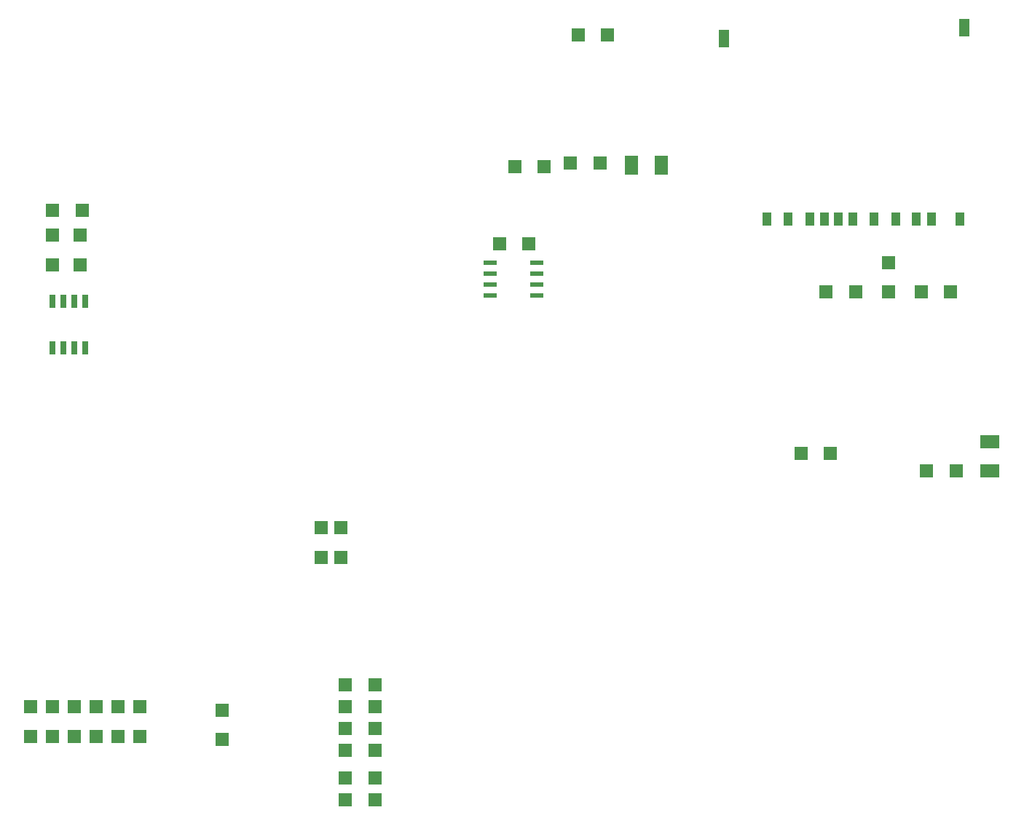
<source format=gtp>
G04*
G04 #@! TF.GenerationSoftware,Altium Limited,Altium Designer,25.0.2 (28)*
G04*
G04 Layer_Color=8421504*
%FSLAX44Y44*%
%MOMM*%
G71*
G04*
G04 #@! TF.SameCoordinates,A7C3AEC9-9CA1-47B5-BDAE-58582B56A9DF*
G04*
G04*
G04 #@! TF.FilePolarity,Positive*
G04*
G01*
G75*
%ADD17R,1.5240X2.3000*%
%ADD18R,1.5240X1.5240*%
%ADD19R,2.3000X1.5240*%
%ADD20R,0.6500X1.5250*%
%ADD21R,1.5240X1.5240*%
%ADD22R,1.5500X0.6000*%
%ADD23R,1.0000X1.5000*%
%ADD24R,1.2000X2.0000*%
D17*
X1130300Y1201420D02*
D03*
X1164300D02*
D03*
D18*
X1059180Y1203960D02*
D03*
X1093470D02*
D03*
X1473200Y845820D02*
D03*
X1507490D02*
D03*
X457200Y1149350D02*
D03*
X491490D02*
D03*
X1361440Y866140D02*
D03*
X1327150D02*
D03*
X1028700Y1200150D02*
D03*
X994410D02*
D03*
X1501140Y1054100D02*
D03*
X1466850D02*
D03*
X797560Y463550D02*
D03*
X831850D02*
D03*
X797560Y488950D02*
D03*
X831850D02*
D03*
Y520700D02*
D03*
X797560D02*
D03*
X831850Y596900D02*
D03*
X797560D02*
D03*
X831850Y571500D02*
D03*
X797560D02*
D03*
X831850Y546100D02*
D03*
X797560D02*
D03*
X1356360Y1054100D02*
D03*
X1390650D02*
D03*
X1010920Y1109980D02*
D03*
X976630D02*
D03*
X1102000Y1353000D02*
D03*
X1067710D02*
D03*
D19*
X1546860Y845820D02*
D03*
Y879820D02*
D03*
D20*
X457200Y988880D02*
D03*
X469900D02*
D03*
X482600D02*
D03*
X495300D02*
D03*
Y1043120D02*
D03*
X482600D02*
D03*
X469900D02*
D03*
X457200D02*
D03*
D21*
X488950Y1085850D02*
D03*
Y1120140D02*
D03*
X457200Y1085850D02*
D03*
Y1120140D02*
D03*
X654050Y533400D02*
D03*
Y567690D02*
D03*
X431800Y537210D02*
D03*
Y571500D02*
D03*
X508000D02*
D03*
Y537210D02*
D03*
X482600Y571500D02*
D03*
Y537210D02*
D03*
X558800Y571500D02*
D03*
Y537210D02*
D03*
X533400Y571500D02*
D03*
Y537210D02*
D03*
X457200D02*
D03*
Y571500D02*
D03*
X1428750Y1054100D02*
D03*
Y1088390D02*
D03*
X769620Y745490D02*
D03*
Y779780D02*
D03*
X792480Y745490D02*
D03*
Y779780D02*
D03*
D22*
X1020000Y1049950D02*
D03*
Y1062650D02*
D03*
Y1075350D02*
D03*
Y1088050D02*
D03*
X966000Y1049950D02*
D03*
Y1062650D02*
D03*
Y1075350D02*
D03*
Y1088050D02*
D03*
D23*
X1311999Y1139399D02*
D03*
X1337000D02*
D03*
X1370500D02*
D03*
X1387000D02*
D03*
X1411998D02*
D03*
X1437000D02*
D03*
X1461300D02*
D03*
X1478300D02*
D03*
X1287000D02*
D03*
X1354000D02*
D03*
X1511800D02*
D03*
D24*
X1517000Y1361500D02*
D03*
X1237000Y1349500D02*
D03*
M02*

</source>
